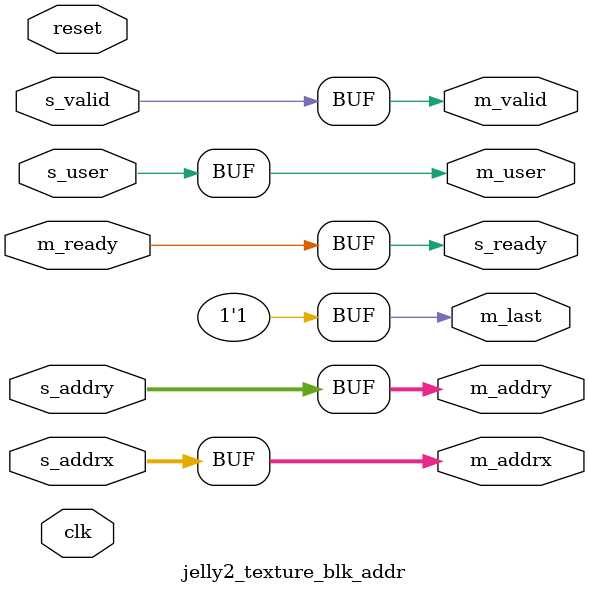
<source format=sv>



`timescale 1ns / 1ps
`default_nettype none



module jelly2_texture_blk_addr
        #(
            parameter   int     USER_WIDTH     = 1,
            parameter   int     ADDR_X_WIDTH   = 12,
            parameter   int     ADDR_Y_WIDTH   = 12,
            parameter   int     DATA_SIZE      = 0,
            parameter   int     BLK_X_NUM      = 1,
            parameter   int     BLK_Y_NUM      = 1,
            parameter   int     FIFO_PTR_WIDTH = 6,
            parameter           FIFO_RAM_TYPE  = "distributed"
        )
        (
            input   wire                        reset,
            input   wire                        clk,
            
            input   wire    [USER_WIDTH-1:0]    s_user,
            input   wire    [ADDR_X_WIDTH-1:0]  s_addrx,
            input   wire    [ADDR_Y_WIDTH-1:0]  s_addry,
            input   wire                        s_valid,
            output  wire                        s_ready,
            
            output  wire    [USER_WIDTH-1:0]    m_user,
            output  wire                        m_last,
            output  wire    [ADDR_X_WIDTH-1:0]  m_addrx,
            output  wire    [ADDR_Y_WIDTH-1:0]  m_addry,
            output  wire                        m_valid,
            input   wire                        m_ready
        );
        
    localparam  int     BLK_X_WIDTH = $clog2(BLK_X_NUM) > 0 ? $clog2(BLK_X_NUM) : 1;
    localparam  int     BLK_Y_WIDTH = $clog2(BLK_Y_NUM) > 0 ? $clog2(BLK_Y_NUM) : 1;
    
    localparam  int     X_STEP  = (1 << DATA_SIZE);
    localparam  int     X_WIDTH = BLK_X_WIDTH > 0 ? BLK_X_WIDTH : 1;
    localparam  int     Y_WIDTH = BLK_Y_WIDTH > 0 ? BLK_Y_WIDTH : 1;
    
    // addressing
    generate
    if ( BLK_X_NUM > 1 || BLK_Y_NUM > 1 ) begin : blk_addr
        reg     [USER_WIDTH-1:0]    reg_user;
        reg     [ADDR_X_WIDTH-1:0]  reg_addrx;
        reg     [ADDR_Y_WIDTH-1:0]  reg_addry;
        reg     [X_WIDTH-1:0]       reg_x;
        reg     [Y_WIDTH-1:0]       reg_y;
        reg                         reg_valid;
        always_ff @(posedge clk) begin
            if ( reset ) begin
                reg_user  <= {USER_WIDTH{1'bx}};
                reg_addrx <= {ADDR_X_WIDTH{1'bx}};
                reg_addry <= {ADDR_Y_WIDTH{1'bx}};
                reg_x     <= {X_WIDTH{1'bx}};
                reg_y     <= {Y_WIDTH{1'bx}};
                reg_valid <= 1'b0;
            end
            else begin
                if ( m_valid && m_ready ) begin
                    reg_x <= reg_x + X_WIDTH'(X_STEP);
                    if ( reg_x == X_WIDTH'(BLK_X_NUM-X_STEP) ) begin
                        reg_x <= {X_WIDTH{1'b0}};
                        reg_y <= reg_y + 1'b1;
                        if ( reg_y == Y_WIDTH'(BLK_Y_NUM-1) ) begin
                            reg_user   <= {USER_WIDTH{1'bx}};
                            reg_x      <= {X_WIDTH{1'bx}};
                            reg_y      <= {Y_WIDTH{1'bx}};
                            reg_valid  <= 1'b0;
                        end
                    end
                end
                
                if ( s_valid & s_ready ) begin
                    reg_user  <= s_user;
                    reg_addrx <= s_addrx;
                    reg_addry <= s_addry;
                    reg_x     <= {X_WIDTH{1'b0}};
                    reg_y     <= {Y_WIDTH{1'b0}};
                    reg_valid <= 1'b1;
                end
            end
        end
        
        assign s_ready = (!reg_valid || (m_ready && (reg_x == X_WIDTH'(BLK_X_NUM-X_STEP)) && (reg_y == Y_WIDTH'(BLK_Y_NUM-1))));
        
        assign m_user  = reg_user;
        assign m_last  = ((reg_x == X_WIDTH'(BLK_X_NUM-X_STEP)) && (reg_y == Y_WIDTH'(BLK_Y_NUM-1)));
        assign m_addrx = reg_addrx + ADDR_X_WIDTH'(reg_x);
        assign m_addry = reg_addry + ADDR_Y_WIDTH'(reg_y);
        assign m_valid = reg_valid;
    end
    else begin : blk_bypass
        assign s_ready = m_ready;
        
        assign m_user  = s_user;
        assign m_last  = 1'b1;
        assign m_addrx = s_addrx;
        assign m_addry = s_addry;
        assign m_valid = s_valid;
    end
    endgenerate
    
    
endmodule



`default_nettype wire


// end of file

</source>
